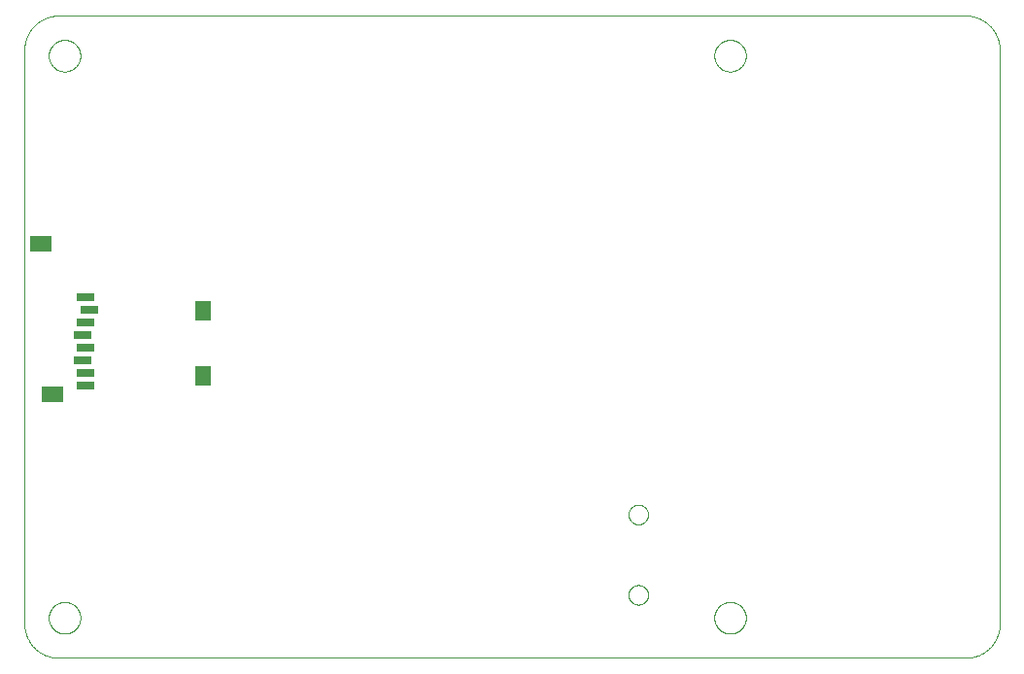
<source format=gbp>
G75*
%MOIN*%
%OFA0B0*%
%FSLAX25Y25*%
%IPPOS*%
%LPD*%
%AMOC8*
5,1,8,0,0,1.08239X$1,22.5*
%
%ADD10C,0.00000*%
%ADD11R,0.05512X0.07087*%
%ADD12R,0.07480X0.05512*%
%ADD13R,0.05906X0.03150*%
D10*
X0019904Y0016959D02*
X0019904Y0213809D01*
X0019907Y0214094D01*
X0019918Y0214380D01*
X0019935Y0214665D01*
X0019959Y0214949D01*
X0019990Y0215233D01*
X0020028Y0215516D01*
X0020073Y0215797D01*
X0020124Y0216078D01*
X0020182Y0216358D01*
X0020247Y0216636D01*
X0020319Y0216912D01*
X0020397Y0217186D01*
X0020482Y0217459D01*
X0020574Y0217729D01*
X0020672Y0217997D01*
X0020776Y0218263D01*
X0020887Y0218526D01*
X0021004Y0218786D01*
X0021127Y0219044D01*
X0021257Y0219298D01*
X0021393Y0219549D01*
X0021534Y0219797D01*
X0021682Y0220041D01*
X0021835Y0220282D01*
X0021995Y0220518D01*
X0022160Y0220751D01*
X0022330Y0220980D01*
X0022506Y0221205D01*
X0022688Y0221425D01*
X0022874Y0221641D01*
X0023066Y0221852D01*
X0023263Y0222059D01*
X0023465Y0222261D01*
X0023672Y0222458D01*
X0023883Y0222650D01*
X0024099Y0222836D01*
X0024319Y0223018D01*
X0024544Y0223194D01*
X0024773Y0223364D01*
X0025006Y0223529D01*
X0025242Y0223689D01*
X0025483Y0223842D01*
X0025727Y0223990D01*
X0025975Y0224131D01*
X0026226Y0224267D01*
X0026480Y0224397D01*
X0026738Y0224520D01*
X0026998Y0224637D01*
X0027261Y0224748D01*
X0027527Y0224852D01*
X0027795Y0224950D01*
X0028065Y0225042D01*
X0028338Y0225127D01*
X0028612Y0225205D01*
X0028888Y0225277D01*
X0029166Y0225342D01*
X0029446Y0225400D01*
X0029727Y0225451D01*
X0030008Y0225496D01*
X0030291Y0225534D01*
X0030575Y0225565D01*
X0030859Y0225589D01*
X0031144Y0225606D01*
X0031430Y0225617D01*
X0031715Y0225620D01*
X0342739Y0225620D01*
X0343024Y0225617D01*
X0343310Y0225606D01*
X0343595Y0225589D01*
X0343879Y0225565D01*
X0344163Y0225534D01*
X0344446Y0225496D01*
X0344727Y0225451D01*
X0345008Y0225400D01*
X0345288Y0225342D01*
X0345566Y0225277D01*
X0345842Y0225205D01*
X0346116Y0225127D01*
X0346389Y0225042D01*
X0346659Y0224950D01*
X0346927Y0224852D01*
X0347193Y0224748D01*
X0347456Y0224637D01*
X0347716Y0224520D01*
X0347974Y0224397D01*
X0348228Y0224267D01*
X0348479Y0224131D01*
X0348727Y0223990D01*
X0348971Y0223842D01*
X0349212Y0223689D01*
X0349448Y0223529D01*
X0349681Y0223364D01*
X0349910Y0223194D01*
X0350135Y0223018D01*
X0350355Y0222836D01*
X0350571Y0222650D01*
X0350782Y0222458D01*
X0350989Y0222261D01*
X0351191Y0222059D01*
X0351388Y0221852D01*
X0351580Y0221641D01*
X0351766Y0221425D01*
X0351948Y0221205D01*
X0352124Y0220980D01*
X0352294Y0220751D01*
X0352459Y0220518D01*
X0352619Y0220282D01*
X0352772Y0220041D01*
X0352920Y0219797D01*
X0353061Y0219549D01*
X0353197Y0219298D01*
X0353327Y0219044D01*
X0353450Y0218786D01*
X0353567Y0218526D01*
X0353678Y0218263D01*
X0353782Y0217997D01*
X0353880Y0217729D01*
X0353972Y0217459D01*
X0354057Y0217186D01*
X0354135Y0216912D01*
X0354207Y0216636D01*
X0354272Y0216358D01*
X0354330Y0216078D01*
X0354381Y0215797D01*
X0354426Y0215516D01*
X0354464Y0215233D01*
X0354495Y0214949D01*
X0354519Y0214665D01*
X0354536Y0214380D01*
X0354547Y0214094D01*
X0354550Y0213809D01*
X0354550Y0016959D01*
X0354547Y0016674D01*
X0354536Y0016388D01*
X0354519Y0016103D01*
X0354495Y0015819D01*
X0354464Y0015535D01*
X0354426Y0015252D01*
X0354381Y0014971D01*
X0354330Y0014690D01*
X0354272Y0014410D01*
X0354207Y0014132D01*
X0354135Y0013856D01*
X0354057Y0013582D01*
X0353972Y0013309D01*
X0353880Y0013039D01*
X0353782Y0012771D01*
X0353678Y0012505D01*
X0353567Y0012242D01*
X0353450Y0011982D01*
X0353327Y0011724D01*
X0353197Y0011470D01*
X0353061Y0011219D01*
X0352920Y0010971D01*
X0352772Y0010727D01*
X0352619Y0010486D01*
X0352459Y0010250D01*
X0352294Y0010017D01*
X0352124Y0009788D01*
X0351948Y0009563D01*
X0351766Y0009343D01*
X0351580Y0009127D01*
X0351388Y0008916D01*
X0351191Y0008709D01*
X0350989Y0008507D01*
X0350782Y0008310D01*
X0350571Y0008118D01*
X0350355Y0007932D01*
X0350135Y0007750D01*
X0349910Y0007574D01*
X0349681Y0007404D01*
X0349448Y0007239D01*
X0349212Y0007079D01*
X0348971Y0006926D01*
X0348727Y0006778D01*
X0348479Y0006637D01*
X0348228Y0006501D01*
X0347974Y0006371D01*
X0347716Y0006248D01*
X0347456Y0006131D01*
X0347193Y0006020D01*
X0346927Y0005916D01*
X0346659Y0005818D01*
X0346389Y0005726D01*
X0346116Y0005641D01*
X0345842Y0005563D01*
X0345566Y0005491D01*
X0345288Y0005426D01*
X0345008Y0005368D01*
X0344727Y0005317D01*
X0344446Y0005272D01*
X0344163Y0005234D01*
X0343879Y0005203D01*
X0343595Y0005179D01*
X0343310Y0005162D01*
X0343024Y0005151D01*
X0342739Y0005148D01*
X0031715Y0005148D01*
X0031430Y0005151D01*
X0031144Y0005162D01*
X0030859Y0005179D01*
X0030575Y0005203D01*
X0030291Y0005234D01*
X0030008Y0005272D01*
X0029727Y0005317D01*
X0029446Y0005368D01*
X0029166Y0005426D01*
X0028888Y0005491D01*
X0028612Y0005563D01*
X0028338Y0005641D01*
X0028065Y0005726D01*
X0027795Y0005818D01*
X0027527Y0005916D01*
X0027261Y0006020D01*
X0026998Y0006131D01*
X0026738Y0006248D01*
X0026480Y0006371D01*
X0026226Y0006501D01*
X0025975Y0006637D01*
X0025727Y0006778D01*
X0025483Y0006926D01*
X0025242Y0007079D01*
X0025006Y0007239D01*
X0024773Y0007404D01*
X0024544Y0007574D01*
X0024319Y0007750D01*
X0024099Y0007932D01*
X0023883Y0008118D01*
X0023672Y0008310D01*
X0023465Y0008507D01*
X0023263Y0008709D01*
X0023066Y0008916D01*
X0022874Y0009127D01*
X0022688Y0009343D01*
X0022506Y0009563D01*
X0022330Y0009788D01*
X0022160Y0010017D01*
X0021995Y0010250D01*
X0021835Y0010486D01*
X0021682Y0010727D01*
X0021534Y0010971D01*
X0021393Y0011219D01*
X0021257Y0011470D01*
X0021127Y0011724D01*
X0021004Y0011982D01*
X0020887Y0012242D01*
X0020776Y0012505D01*
X0020672Y0012771D01*
X0020574Y0013039D01*
X0020482Y0013309D01*
X0020397Y0013582D01*
X0020319Y0013856D01*
X0020247Y0014132D01*
X0020182Y0014410D01*
X0020124Y0014690D01*
X0020073Y0014971D01*
X0020028Y0015252D01*
X0019990Y0015535D01*
X0019959Y0015819D01*
X0019935Y0016103D01*
X0019918Y0016388D01*
X0019907Y0016674D01*
X0019904Y0016959D01*
X0028270Y0018927D02*
X0028272Y0019074D01*
X0028278Y0019220D01*
X0028288Y0019366D01*
X0028302Y0019512D01*
X0028320Y0019658D01*
X0028341Y0019803D01*
X0028367Y0019947D01*
X0028397Y0020091D01*
X0028430Y0020233D01*
X0028467Y0020375D01*
X0028508Y0020516D01*
X0028553Y0020655D01*
X0028602Y0020794D01*
X0028654Y0020931D01*
X0028711Y0021066D01*
X0028770Y0021200D01*
X0028834Y0021332D01*
X0028901Y0021462D01*
X0028971Y0021591D01*
X0029045Y0021718D01*
X0029122Y0021842D01*
X0029203Y0021965D01*
X0029287Y0022085D01*
X0029374Y0022203D01*
X0029464Y0022318D01*
X0029557Y0022431D01*
X0029654Y0022542D01*
X0029753Y0022650D01*
X0029855Y0022755D01*
X0029960Y0022857D01*
X0030068Y0022956D01*
X0030179Y0023053D01*
X0030292Y0023146D01*
X0030407Y0023236D01*
X0030525Y0023323D01*
X0030645Y0023407D01*
X0030768Y0023488D01*
X0030892Y0023565D01*
X0031019Y0023639D01*
X0031148Y0023709D01*
X0031278Y0023776D01*
X0031410Y0023840D01*
X0031544Y0023899D01*
X0031679Y0023956D01*
X0031816Y0024008D01*
X0031955Y0024057D01*
X0032094Y0024102D01*
X0032235Y0024143D01*
X0032377Y0024180D01*
X0032519Y0024213D01*
X0032663Y0024243D01*
X0032807Y0024269D01*
X0032952Y0024290D01*
X0033098Y0024308D01*
X0033244Y0024322D01*
X0033390Y0024332D01*
X0033536Y0024338D01*
X0033683Y0024340D01*
X0033830Y0024338D01*
X0033976Y0024332D01*
X0034122Y0024322D01*
X0034268Y0024308D01*
X0034414Y0024290D01*
X0034559Y0024269D01*
X0034703Y0024243D01*
X0034847Y0024213D01*
X0034989Y0024180D01*
X0035131Y0024143D01*
X0035272Y0024102D01*
X0035411Y0024057D01*
X0035550Y0024008D01*
X0035687Y0023956D01*
X0035822Y0023899D01*
X0035956Y0023840D01*
X0036088Y0023776D01*
X0036218Y0023709D01*
X0036347Y0023639D01*
X0036474Y0023565D01*
X0036598Y0023488D01*
X0036721Y0023407D01*
X0036841Y0023323D01*
X0036959Y0023236D01*
X0037074Y0023146D01*
X0037187Y0023053D01*
X0037298Y0022956D01*
X0037406Y0022857D01*
X0037511Y0022755D01*
X0037613Y0022650D01*
X0037712Y0022542D01*
X0037809Y0022431D01*
X0037902Y0022318D01*
X0037992Y0022203D01*
X0038079Y0022085D01*
X0038163Y0021965D01*
X0038244Y0021842D01*
X0038321Y0021718D01*
X0038395Y0021591D01*
X0038465Y0021462D01*
X0038532Y0021332D01*
X0038596Y0021200D01*
X0038655Y0021066D01*
X0038712Y0020931D01*
X0038764Y0020794D01*
X0038813Y0020655D01*
X0038858Y0020516D01*
X0038899Y0020375D01*
X0038936Y0020233D01*
X0038969Y0020091D01*
X0038999Y0019947D01*
X0039025Y0019803D01*
X0039046Y0019658D01*
X0039064Y0019512D01*
X0039078Y0019366D01*
X0039088Y0019220D01*
X0039094Y0019074D01*
X0039096Y0018927D01*
X0039094Y0018780D01*
X0039088Y0018634D01*
X0039078Y0018488D01*
X0039064Y0018342D01*
X0039046Y0018196D01*
X0039025Y0018051D01*
X0038999Y0017907D01*
X0038969Y0017763D01*
X0038936Y0017621D01*
X0038899Y0017479D01*
X0038858Y0017338D01*
X0038813Y0017199D01*
X0038764Y0017060D01*
X0038712Y0016923D01*
X0038655Y0016788D01*
X0038596Y0016654D01*
X0038532Y0016522D01*
X0038465Y0016392D01*
X0038395Y0016263D01*
X0038321Y0016136D01*
X0038244Y0016012D01*
X0038163Y0015889D01*
X0038079Y0015769D01*
X0037992Y0015651D01*
X0037902Y0015536D01*
X0037809Y0015423D01*
X0037712Y0015312D01*
X0037613Y0015204D01*
X0037511Y0015099D01*
X0037406Y0014997D01*
X0037298Y0014898D01*
X0037187Y0014801D01*
X0037074Y0014708D01*
X0036959Y0014618D01*
X0036841Y0014531D01*
X0036721Y0014447D01*
X0036598Y0014366D01*
X0036474Y0014289D01*
X0036347Y0014215D01*
X0036218Y0014145D01*
X0036088Y0014078D01*
X0035956Y0014014D01*
X0035822Y0013955D01*
X0035687Y0013898D01*
X0035550Y0013846D01*
X0035411Y0013797D01*
X0035272Y0013752D01*
X0035131Y0013711D01*
X0034989Y0013674D01*
X0034847Y0013641D01*
X0034703Y0013611D01*
X0034559Y0013585D01*
X0034414Y0013564D01*
X0034268Y0013546D01*
X0034122Y0013532D01*
X0033976Y0013522D01*
X0033830Y0013516D01*
X0033683Y0013514D01*
X0033536Y0013516D01*
X0033390Y0013522D01*
X0033244Y0013532D01*
X0033098Y0013546D01*
X0032952Y0013564D01*
X0032807Y0013585D01*
X0032663Y0013611D01*
X0032519Y0013641D01*
X0032377Y0013674D01*
X0032235Y0013711D01*
X0032094Y0013752D01*
X0031955Y0013797D01*
X0031816Y0013846D01*
X0031679Y0013898D01*
X0031544Y0013955D01*
X0031410Y0014014D01*
X0031278Y0014078D01*
X0031148Y0014145D01*
X0031019Y0014215D01*
X0030892Y0014289D01*
X0030768Y0014366D01*
X0030645Y0014447D01*
X0030525Y0014531D01*
X0030407Y0014618D01*
X0030292Y0014708D01*
X0030179Y0014801D01*
X0030068Y0014898D01*
X0029960Y0014997D01*
X0029855Y0015099D01*
X0029753Y0015204D01*
X0029654Y0015312D01*
X0029557Y0015423D01*
X0029464Y0015536D01*
X0029374Y0015651D01*
X0029287Y0015769D01*
X0029203Y0015889D01*
X0029122Y0016012D01*
X0029045Y0016136D01*
X0028971Y0016263D01*
X0028901Y0016392D01*
X0028834Y0016522D01*
X0028770Y0016654D01*
X0028711Y0016788D01*
X0028654Y0016923D01*
X0028602Y0017060D01*
X0028553Y0017199D01*
X0028508Y0017338D01*
X0028467Y0017479D01*
X0028430Y0017621D01*
X0028397Y0017763D01*
X0028367Y0017907D01*
X0028341Y0018051D01*
X0028320Y0018196D01*
X0028302Y0018342D01*
X0028288Y0018488D01*
X0028278Y0018634D01*
X0028272Y0018780D01*
X0028270Y0018927D01*
X0227188Y0026801D02*
X0227190Y0026916D01*
X0227196Y0027032D01*
X0227206Y0027147D01*
X0227220Y0027262D01*
X0227238Y0027376D01*
X0227260Y0027489D01*
X0227285Y0027602D01*
X0227315Y0027713D01*
X0227348Y0027824D01*
X0227385Y0027933D01*
X0227426Y0028041D01*
X0227471Y0028148D01*
X0227519Y0028253D01*
X0227571Y0028356D01*
X0227627Y0028457D01*
X0227686Y0028557D01*
X0227748Y0028654D01*
X0227814Y0028749D01*
X0227882Y0028842D01*
X0227954Y0028932D01*
X0228029Y0029020D01*
X0228108Y0029105D01*
X0228189Y0029187D01*
X0228272Y0029267D01*
X0228359Y0029343D01*
X0228448Y0029417D01*
X0228539Y0029487D01*
X0228633Y0029555D01*
X0228729Y0029619D01*
X0228828Y0029679D01*
X0228928Y0029736D01*
X0229030Y0029790D01*
X0229134Y0029840D01*
X0229240Y0029887D01*
X0229347Y0029930D01*
X0229456Y0029969D01*
X0229566Y0030004D01*
X0229677Y0030035D01*
X0229789Y0030063D01*
X0229902Y0030087D01*
X0230016Y0030107D01*
X0230131Y0030123D01*
X0230246Y0030135D01*
X0230361Y0030143D01*
X0230476Y0030147D01*
X0230592Y0030147D01*
X0230707Y0030143D01*
X0230822Y0030135D01*
X0230937Y0030123D01*
X0231052Y0030107D01*
X0231166Y0030087D01*
X0231279Y0030063D01*
X0231391Y0030035D01*
X0231502Y0030004D01*
X0231612Y0029969D01*
X0231721Y0029930D01*
X0231828Y0029887D01*
X0231934Y0029840D01*
X0232038Y0029790D01*
X0232140Y0029736D01*
X0232240Y0029679D01*
X0232339Y0029619D01*
X0232435Y0029555D01*
X0232529Y0029487D01*
X0232620Y0029417D01*
X0232709Y0029343D01*
X0232796Y0029267D01*
X0232879Y0029187D01*
X0232960Y0029105D01*
X0233039Y0029020D01*
X0233114Y0028932D01*
X0233186Y0028842D01*
X0233254Y0028749D01*
X0233320Y0028654D01*
X0233382Y0028557D01*
X0233441Y0028457D01*
X0233497Y0028356D01*
X0233549Y0028253D01*
X0233597Y0028148D01*
X0233642Y0028041D01*
X0233683Y0027933D01*
X0233720Y0027824D01*
X0233753Y0027713D01*
X0233783Y0027602D01*
X0233808Y0027489D01*
X0233830Y0027376D01*
X0233848Y0027262D01*
X0233862Y0027147D01*
X0233872Y0027032D01*
X0233878Y0026916D01*
X0233880Y0026801D01*
X0233878Y0026686D01*
X0233872Y0026570D01*
X0233862Y0026455D01*
X0233848Y0026340D01*
X0233830Y0026226D01*
X0233808Y0026113D01*
X0233783Y0026000D01*
X0233753Y0025889D01*
X0233720Y0025778D01*
X0233683Y0025669D01*
X0233642Y0025561D01*
X0233597Y0025454D01*
X0233549Y0025349D01*
X0233497Y0025246D01*
X0233441Y0025145D01*
X0233382Y0025045D01*
X0233320Y0024948D01*
X0233254Y0024853D01*
X0233186Y0024760D01*
X0233114Y0024670D01*
X0233039Y0024582D01*
X0232960Y0024497D01*
X0232879Y0024415D01*
X0232796Y0024335D01*
X0232709Y0024259D01*
X0232620Y0024185D01*
X0232529Y0024115D01*
X0232435Y0024047D01*
X0232339Y0023983D01*
X0232240Y0023923D01*
X0232140Y0023866D01*
X0232038Y0023812D01*
X0231934Y0023762D01*
X0231828Y0023715D01*
X0231721Y0023672D01*
X0231612Y0023633D01*
X0231502Y0023598D01*
X0231391Y0023567D01*
X0231279Y0023539D01*
X0231166Y0023515D01*
X0231052Y0023495D01*
X0230937Y0023479D01*
X0230822Y0023467D01*
X0230707Y0023459D01*
X0230592Y0023455D01*
X0230476Y0023455D01*
X0230361Y0023459D01*
X0230246Y0023467D01*
X0230131Y0023479D01*
X0230016Y0023495D01*
X0229902Y0023515D01*
X0229789Y0023539D01*
X0229677Y0023567D01*
X0229566Y0023598D01*
X0229456Y0023633D01*
X0229347Y0023672D01*
X0229240Y0023715D01*
X0229134Y0023762D01*
X0229030Y0023812D01*
X0228928Y0023866D01*
X0228828Y0023923D01*
X0228729Y0023983D01*
X0228633Y0024047D01*
X0228539Y0024115D01*
X0228448Y0024185D01*
X0228359Y0024259D01*
X0228272Y0024335D01*
X0228189Y0024415D01*
X0228108Y0024497D01*
X0228029Y0024582D01*
X0227954Y0024670D01*
X0227882Y0024760D01*
X0227814Y0024853D01*
X0227748Y0024948D01*
X0227686Y0025045D01*
X0227627Y0025145D01*
X0227571Y0025246D01*
X0227519Y0025349D01*
X0227471Y0025454D01*
X0227426Y0025561D01*
X0227385Y0025669D01*
X0227348Y0025778D01*
X0227315Y0025889D01*
X0227285Y0026000D01*
X0227260Y0026113D01*
X0227238Y0026226D01*
X0227220Y0026340D01*
X0227206Y0026455D01*
X0227196Y0026570D01*
X0227190Y0026686D01*
X0227188Y0026801D01*
X0256617Y0018927D02*
X0256619Y0019074D01*
X0256625Y0019220D01*
X0256635Y0019366D01*
X0256649Y0019512D01*
X0256667Y0019658D01*
X0256688Y0019803D01*
X0256714Y0019947D01*
X0256744Y0020091D01*
X0256777Y0020233D01*
X0256814Y0020375D01*
X0256855Y0020516D01*
X0256900Y0020655D01*
X0256949Y0020794D01*
X0257001Y0020931D01*
X0257058Y0021066D01*
X0257117Y0021200D01*
X0257181Y0021332D01*
X0257248Y0021462D01*
X0257318Y0021591D01*
X0257392Y0021718D01*
X0257469Y0021842D01*
X0257550Y0021965D01*
X0257634Y0022085D01*
X0257721Y0022203D01*
X0257811Y0022318D01*
X0257904Y0022431D01*
X0258001Y0022542D01*
X0258100Y0022650D01*
X0258202Y0022755D01*
X0258307Y0022857D01*
X0258415Y0022956D01*
X0258526Y0023053D01*
X0258639Y0023146D01*
X0258754Y0023236D01*
X0258872Y0023323D01*
X0258992Y0023407D01*
X0259115Y0023488D01*
X0259239Y0023565D01*
X0259366Y0023639D01*
X0259495Y0023709D01*
X0259625Y0023776D01*
X0259757Y0023840D01*
X0259891Y0023899D01*
X0260026Y0023956D01*
X0260163Y0024008D01*
X0260302Y0024057D01*
X0260441Y0024102D01*
X0260582Y0024143D01*
X0260724Y0024180D01*
X0260866Y0024213D01*
X0261010Y0024243D01*
X0261154Y0024269D01*
X0261299Y0024290D01*
X0261445Y0024308D01*
X0261591Y0024322D01*
X0261737Y0024332D01*
X0261883Y0024338D01*
X0262030Y0024340D01*
X0262177Y0024338D01*
X0262323Y0024332D01*
X0262469Y0024322D01*
X0262615Y0024308D01*
X0262761Y0024290D01*
X0262906Y0024269D01*
X0263050Y0024243D01*
X0263194Y0024213D01*
X0263336Y0024180D01*
X0263478Y0024143D01*
X0263619Y0024102D01*
X0263758Y0024057D01*
X0263897Y0024008D01*
X0264034Y0023956D01*
X0264169Y0023899D01*
X0264303Y0023840D01*
X0264435Y0023776D01*
X0264565Y0023709D01*
X0264694Y0023639D01*
X0264821Y0023565D01*
X0264945Y0023488D01*
X0265068Y0023407D01*
X0265188Y0023323D01*
X0265306Y0023236D01*
X0265421Y0023146D01*
X0265534Y0023053D01*
X0265645Y0022956D01*
X0265753Y0022857D01*
X0265858Y0022755D01*
X0265960Y0022650D01*
X0266059Y0022542D01*
X0266156Y0022431D01*
X0266249Y0022318D01*
X0266339Y0022203D01*
X0266426Y0022085D01*
X0266510Y0021965D01*
X0266591Y0021842D01*
X0266668Y0021718D01*
X0266742Y0021591D01*
X0266812Y0021462D01*
X0266879Y0021332D01*
X0266943Y0021200D01*
X0267002Y0021066D01*
X0267059Y0020931D01*
X0267111Y0020794D01*
X0267160Y0020655D01*
X0267205Y0020516D01*
X0267246Y0020375D01*
X0267283Y0020233D01*
X0267316Y0020091D01*
X0267346Y0019947D01*
X0267372Y0019803D01*
X0267393Y0019658D01*
X0267411Y0019512D01*
X0267425Y0019366D01*
X0267435Y0019220D01*
X0267441Y0019074D01*
X0267443Y0018927D01*
X0267441Y0018780D01*
X0267435Y0018634D01*
X0267425Y0018488D01*
X0267411Y0018342D01*
X0267393Y0018196D01*
X0267372Y0018051D01*
X0267346Y0017907D01*
X0267316Y0017763D01*
X0267283Y0017621D01*
X0267246Y0017479D01*
X0267205Y0017338D01*
X0267160Y0017199D01*
X0267111Y0017060D01*
X0267059Y0016923D01*
X0267002Y0016788D01*
X0266943Y0016654D01*
X0266879Y0016522D01*
X0266812Y0016392D01*
X0266742Y0016263D01*
X0266668Y0016136D01*
X0266591Y0016012D01*
X0266510Y0015889D01*
X0266426Y0015769D01*
X0266339Y0015651D01*
X0266249Y0015536D01*
X0266156Y0015423D01*
X0266059Y0015312D01*
X0265960Y0015204D01*
X0265858Y0015099D01*
X0265753Y0014997D01*
X0265645Y0014898D01*
X0265534Y0014801D01*
X0265421Y0014708D01*
X0265306Y0014618D01*
X0265188Y0014531D01*
X0265068Y0014447D01*
X0264945Y0014366D01*
X0264821Y0014289D01*
X0264694Y0014215D01*
X0264565Y0014145D01*
X0264435Y0014078D01*
X0264303Y0014014D01*
X0264169Y0013955D01*
X0264034Y0013898D01*
X0263897Y0013846D01*
X0263758Y0013797D01*
X0263619Y0013752D01*
X0263478Y0013711D01*
X0263336Y0013674D01*
X0263194Y0013641D01*
X0263050Y0013611D01*
X0262906Y0013585D01*
X0262761Y0013564D01*
X0262615Y0013546D01*
X0262469Y0013532D01*
X0262323Y0013522D01*
X0262177Y0013516D01*
X0262030Y0013514D01*
X0261883Y0013516D01*
X0261737Y0013522D01*
X0261591Y0013532D01*
X0261445Y0013546D01*
X0261299Y0013564D01*
X0261154Y0013585D01*
X0261010Y0013611D01*
X0260866Y0013641D01*
X0260724Y0013674D01*
X0260582Y0013711D01*
X0260441Y0013752D01*
X0260302Y0013797D01*
X0260163Y0013846D01*
X0260026Y0013898D01*
X0259891Y0013955D01*
X0259757Y0014014D01*
X0259625Y0014078D01*
X0259495Y0014145D01*
X0259366Y0014215D01*
X0259239Y0014289D01*
X0259115Y0014366D01*
X0258992Y0014447D01*
X0258872Y0014531D01*
X0258754Y0014618D01*
X0258639Y0014708D01*
X0258526Y0014801D01*
X0258415Y0014898D01*
X0258307Y0014997D01*
X0258202Y0015099D01*
X0258100Y0015204D01*
X0258001Y0015312D01*
X0257904Y0015423D01*
X0257811Y0015536D01*
X0257721Y0015651D01*
X0257634Y0015769D01*
X0257550Y0015889D01*
X0257469Y0016012D01*
X0257392Y0016136D01*
X0257318Y0016263D01*
X0257248Y0016392D01*
X0257181Y0016522D01*
X0257117Y0016654D01*
X0257058Y0016788D01*
X0257001Y0016923D01*
X0256949Y0017060D01*
X0256900Y0017199D01*
X0256855Y0017338D01*
X0256814Y0017479D01*
X0256777Y0017621D01*
X0256744Y0017763D01*
X0256714Y0017907D01*
X0256688Y0018051D01*
X0256667Y0018196D01*
X0256649Y0018342D01*
X0256635Y0018488D01*
X0256625Y0018634D01*
X0256619Y0018780D01*
X0256617Y0018927D01*
X0227188Y0054360D02*
X0227190Y0054475D01*
X0227196Y0054591D01*
X0227206Y0054706D01*
X0227220Y0054821D01*
X0227238Y0054935D01*
X0227260Y0055048D01*
X0227285Y0055161D01*
X0227315Y0055272D01*
X0227348Y0055383D01*
X0227385Y0055492D01*
X0227426Y0055600D01*
X0227471Y0055707D01*
X0227519Y0055812D01*
X0227571Y0055915D01*
X0227627Y0056016D01*
X0227686Y0056116D01*
X0227748Y0056213D01*
X0227814Y0056308D01*
X0227882Y0056401D01*
X0227954Y0056491D01*
X0228029Y0056579D01*
X0228108Y0056664D01*
X0228189Y0056746D01*
X0228272Y0056826D01*
X0228359Y0056902D01*
X0228448Y0056976D01*
X0228539Y0057046D01*
X0228633Y0057114D01*
X0228729Y0057178D01*
X0228828Y0057238D01*
X0228928Y0057295D01*
X0229030Y0057349D01*
X0229134Y0057399D01*
X0229240Y0057446D01*
X0229347Y0057489D01*
X0229456Y0057528D01*
X0229566Y0057563D01*
X0229677Y0057594D01*
X0229789Y0057622D01*
X0229902Y0057646D01*
X0230016Y0057666D01*
X0230131Y0057682D01*
X0230246Y0057694D01*
X0230361Y0057702D01*
X0230476Y0057706D01*
X0230592Y0057706D01*
X0230707Y0057702D01*
X0230822Y0057694D01*
X0230937Y0057682D01*
X0231052Y0057666D01*
X0231166Y0057646D01*
X0231279Y0057622D01*
X0231391Y0057594D01*
X0231502Y0057563D01*
X0231612Y0057528D01*
X0231721Y0057489D01*
X0231828Y0057446D01*
X0231934Y0057399D01*
X0232038Y0057349D01*
X0232140Y0057295D01*
X0232240Y0057238D01*
X0232339Y0057178D01*
X0232435Y0057114D01*
X0232529Y0057046D01*
X0232620Y0056976D01*
X0232709Y0056902D01*
X0232796Y0056826D01*
X0232879Y0056746D01*
X0232960Y0056664D01*
X0233039Y0056579D01*
X0233114Y0056491D01*
X0233186Y0056401D01*
X0233254Y0056308D01*
X0233320Y0056213D01*
X0233382Y0056116D01*
X0233441Y0056016D01*
X0233497Y0055915D01*
X0233549Y0055812D01*
X0233597Y0055707D01*
X0233642Y0055600D01*
X0233683Y0055492D01*
X0233720Y0055383D01*
X0233753Y0055272D01*
X0233783Y0055161D01*
X0233808Y0055048D01*
X0233830Y0054935D01*
X0233848Y0054821D01*
X0233862Y0054706D01*
X0233872Y0054591D01*
X0233878Y0054475D01*
X0233880Y0054360D01*
X0233878Y0054245D01*
X0233872Y0054129D01*
X0233862Y0054014D01*
X0233848Y0053899D01*
X0233830Y0053785D01*
X0233808Y0053672D01*
X0233783Y0053559D01*
X0233753Y0053448D01*
X0233720Y0053337D01*
X0233683Y0053228D01*
X0233642Y0053120D01*
X0233597Y0053013D01*
X0233549Y0052908D01*
X0233497Y0052805D01*
X0233441Y0052704D01*
X0233382Y0052604D01*
X0233320Y0052507D01*
X0233254Y0052412D01*
X0233186Y0052319D01*
X0233114Y0052229D01*
X0233039Y0052141D01*
X0232960Y0052056D01*
X0232879Y0051974D01*
X0232796Y0051894D01*
X0232709Y0051818D01*
X0232620Y0051744D01*
X0232529Y0051674D01*
X0232435Y0051606D01*
X0232339Y0051542D01*
X0232240Y0051482D01*
X0232140Y0051425D01*
X0232038Y0051371D01*
X0231934Y0051321D01*
X0231828Y0051274D01*
X0231721Y0051231D01*
X0231612Y0051192D01*
X0231502Y0051157D01*
X0231391Y0051126D01*
X0231279Y0051098D01*
X0231166Y0051074D01*
X0231052Y0051054D01*
X0230937Y0051038D01*
X0230822Y0051026D01*
X0230707Y0051018D01*
X0230592Y0051014D01*
X0230476Y0051014D01*
X0230361Y0051018D01*
X0230246Y0051026D01*
X0230131Y0051038D01*
X0230016Y0051054D01*
X0229902Y0051074D01*
X0229789Y0051098D01*
X0229677Y0051126D01*
X0229566Y0051157D01*
X0229456Y0051192D01*
X0229347Y0051231D01*
X0229240Y0051274D01*
X0229134Y0051321D01*
X0229030Y0051371D01*
X0228928Y0051425D01*
X0228828Y0051482D01*
X0228729Y0051542D01*
X0228633Y0051606D01*
X0228539Y0051674D01*
X0228448Y0051744D01*
X0228359Y0051818D01*
X0228272Y0051894D01*
X0228189Y0051974D01*
X0228108Y0052056D01*
X0228029Y0052141D01*
X0227954Y0052229D01*
X0227882Y0052319D01*
X0227814Y0052412D01*
X0227748Y0052507D01*
X0227686Y0052604D01*
X0227627Y0052704D01*
X0227571Y0052805D01*
X0227519Y0052908D01*
X0227471Y0053013D01*
X0227426Y0053120D01*
X0227385Y0053228D01*
X0227348Y0053337D01*
X0227315Y0053448D01*
X0227285Y0053559D01*
X0227260Y0053672D01*
X0227238Y0053785D01*
X0227220Y0053899D01*
X0227206Y0054014D01*
X0227196Y0054129D01*
X0227190Y0054245D01*
X0227188Y0054360D01*
X0256617Y0211841D02*
X0256619Y0211988D01*
X0256625Y0212134D01*
X0256635Y0212280D01*
X0256649Y0212426D01*
X0256667Y0212572D01*
X0256688Y0212717D01*
X0256714Y0212861D01*
X0256744Y0213005D01*
X0256777Y0213147D01*
X0256814Y0213289D01*
X0256855Y0213430D01*
X0256900Y0213569D01*
X0256949Y0213708D01*
X0257001Y0213845D01*
X0257058Y0213980D01*
X0257117Y0214114D01*
X0257181Y0214246D01*
X0257248Y0214376D01*
X0257318Y0214505D01*
X0257392Y0214632D01*
X0257469Y0214756D01*
X0257550Y0214879D01*
X0257634Y0214999D01*
X0257721Y0215117D01*
X0257811Y0215232D01*
X0257904Y0215345D01*
X0258001Y0215456D01*
X0258100Y0215564D01*
X0258202Y0215669D01*
X0258307Y0215771D01*
X0258415Y0215870D01*
X0258526Y0215967D01*
X0258639Y0216060D01*
X0258754Y0216150D01*
X0258872Y0216237D01*
X0258992Y0216321D01*
X0259115Y0216402D01*
X0259239Y0216479D01*
X0259366Y0216553D01*
X0259495Y0216623D01*
X0259625Y0216690D01*
X0259757Y0216754D01*
X0259891Y0216813D01*
X0260026Y0216870D01*
X0260163Y0216922D01*
X0260302Y0216971D01*
X0260441Y0217016D01*
X0260582Y0217057D01*
X0260724Y0217094D01*
X0260866Y0217127D01*
X0261010Y0217157D01*
X0261154Y0217183D01*
X0261299Y0217204D01*
X0261445Y0217222D01*
X0261591Y0217236D01*
X0261737Y0217246D01*
X0261883Y0217252D01*
X0262030Y0217254D01*
X0262177Y0217252D01*
X0262323Y0217246D01*
X0262469Y0217236D01*
X0262615Y0217222D01*
X0262761Y0217204D01*
X0262906Y0217183D01*
X0263050Y0217157D01*
X0263194Y0217127D01*
X0263336Y0217094D01*
X0263478Y0217057D01*
X0263619Y0217016D01*
X0263758Y0216971D01*
X0263897Y0216922D01*
X0264034Y0216870D01*
X0264169Y0216813D01*
X0264303Y0216754D01*
X0264435Y0216690D01*
X0264565Y0216623D01*
X0264694Y0216553D01*
X0264821Y0216479D01*
X0264945Y0216402D01*
X0265068Y0216321D01*
X0265188Y0216237D01*
X0265306Y0216150D01*
X0265421Y0216060D01*
X0265534Y0215967D01*
X0265645Y0215870D01*
X0265753Y0215771D01*
X0265858Y0215669D01*
X0265960Y0215564D01*
X0266059Y0215456D01*
X0266156Y0215345D01*
X0266249Y0215232D01*
X0266339Y0215117D01*
X0266426Y0214999D01*
X0266510Y0214879D01*
X0266591Y0214756D01*
X0266668Y0214632D01*
X0266742Y0214505D01*
X0266812Y0214376D01*
X0266879Y0214246D01*
X0266943Y0214114D01*
X0267002Y0213980D01*
X0267059Y0213845D01*
X0267111Y0213708D01*
X0267160Y0213569D01*
X0267205Y0213430D01*
X0267246Y0213289D01*
X0267283Y0213147D01*
X0267316Y0213005D01*
X0267346Y0212861D01*
X0267372Y0212717D01*
X0267393Y0212572D01*
X0267411Y0212426D01*
X0267425Y0212280D01*
X0267435Y0212134D01*
X0267441Y0211988D01*
X0267443Y0211841D01*
X0267441Y0211694D01*
X0267435Y0211548D01*
X0267425Y0211402D01*
X0267411Y0211256D01*
X0267393Y0211110D01*
X0267372Y0210965D01*
X0267346Y0210821D01*
X0267316Y0210677D01*
X0267283Y0210535D01*
X0267246Y0210393D01*
X0267205Y0210252D01*
X0267160Y0210113D01*
X0267111Y0209974D01*
X0267059Y0209837D01*
X0267002Y0209702D01*
X0266943Y0209568D01*
X0266879Y0209436D01*
X0266812Y0209306D01*
X0266742Y0209177D01*
X0266668Y0209050D01*
X0266591Y0208926D01*
X0266510Y0208803D01*
X0266426Y0208683D01*
X0266339Y0208565D01*
X0266249Y0208450D01*
X0266156Y0208337D01*
X0266059Y0208226D01*
X0265960Y0208118D01*
X0265858Y0208013D01*
X0265753Y0207911D01*
X0265645Y0207812D01*
X0265534Y0207715D01*
X0265421Y0207622D01*
X0265306Y0207532D01*
X0265188Y0207445D01*
X0265068Y0207361D01*
X0264945Y0207280D01*
X0264821Y0207203D01*
X0264694Y0207129D01*
X0264565Y0207059D01*
X0264435Y0206992D01*
X0264303Y0206928D01*
X0264169Y0206869D01*
X0264034Y0206812D01*
X0263897Y0206760D01*
X0263758Y0206711D01*
X0263619Y0206666D01*
X0263478Y0206625D01*
X0263336Y0206588D01*
X0263194Y0206555D01*
X0263050Y0206525D01*
X0262906Y0206499D01*
X0262761Y0206478D01*
X0262615Y0206460D01*
X0262469Y0206446D01*
X0262323Y0206436D01*
X0262177Y0206430D01*
X0262030Y0206428D01*
X0261883Y0206430D01*
X0261737Y0206436D01*
X0261591Y0206446D01*
X0261445Y0206460D01*
X0261299Y0206478D01*
X0261154Y0206499D01*
X0261010Y0206525D01*
X0260866Y0206555D01*
X0260724Y0206588D01*
X0260582Y0206625D01*
X0260441Y0206666D01*
X0260302Y0206711D01*
X0260163Y0206760D01*
X0260026Y0206812D01*
X0259891Y0206869D01*
X0259757Y0206928D01*
X0259625Y0206992D01*
X0259495Y0207059D01*
X0259366Y0207129D01*
X0259239Y0207203D01*
X0259115Y0207280D01*
X0258992Y0207361D01*
X0258872Y0207445D01*
X0258754Y0207532D01*
X0258639Y0207622D01*
X0258526Y0207715D01*
X0258415Y0207812D01*
X0258307Y0207911D01*
X0258202Y0208013D01*
X0258100Y0208118D01*
X0258001Y0208226D01*
X0257904Y0208337D01*
X0257811Y0208450D01*
X0257721Y0208565D01*
X0257634Y0208683D01*
X0257550Y0208803D01*
X0257469Y0208926D01*
X0257392Y0209050D01*
X0257318Y0209177D01*
X0257248Y0209306D01*
X0257181Y0209436D01*
X0257117Y0209568D01*
X0257058Y0209702D01*
X0257001Y0209837D01*
X0256949Y0209974D01*
X0256900Y0210113D01*
X0256855Y0210252D01*
X0256814Y0210393D01*
X0256777Y0210535D01*
X0256744Y0210677D01*
X0256714Y0210821D01*
X0256688Y0210965D01*
X0256667Y0211110D01*
X0256649Y0211256D01*
X0256635Y0211402D01*
X0256625Y0211548D01*
X0256619Y0211694D01*
X0256617Y0211841D01*
X0028270Y0211841D02*
X0028272Y0211988D01*
X0028278Y0212134D01*
X0028288Y0212280D01*
X0028302Y0212426D01*
X0028320Y0212572D01*
X0028341Y0212717D01*
X0028367Y0212861D01*
X0028397Y0213005D01*
X0028430Y0213147D01*
X0028467Y0213289D01*
X0028508Y0213430D01*
X0028553Y0213569D01*
X0028602Y0213708D01*
X0028654Y0213845D01*
X0028711Y0213980D01*
X0028770Y0214114D01*
X0028834Y0214246D01*
X0028901Y0214376D01*
X0028971Y0214505D01*
X0029045Y0214632D01*
X0029122Y0214756D01*
X0029203Y0214879D01*
X0029287Y0214999D01*
X0029374Y0215117D01*
X0029464Y0215232D01*
X0029557Y0215345D01*
X0029654Y0215456D01*
X0029753Y0215564D01*
X0029855Y0215669D01*
X0029960Y0215771D01*
X0030068Y0215870D01*
X0030179Y0215967D01*
X0030292Y0216060D01*
X0030407Y0216150D01*
X0030525Y0216237D01*
X0030645Y0216321D01*
X0030768Y0216402D01*
X0030892Y0216479D01*
X0031019Y0216553D01*
X0031148Y0216623D01*
X0031278Y0216690D01*
X0031410Y0216754D01*
X0031544Y0216813D01*
X0031679Y0216870D01*
X0031816Y0216922D01*
X0031955Y0216971D01*
X0032094Y0217016D01*
X0032235Y0217057D01*
X0032377Y0217094D01*
X0032519Y0217127D01*
X0032663Y0217157D01*
X0032807Y0217183D01*
X0032952Y0217204D01*
X0033098Y0217222D01*
X0033244Y0217236D01*
X0033390Y0217246D01*
X0033536Y0217252D01*
X0033683Y0217254D01*
X0033830Y0217252D01*
X0033976Y0217246D01*
X0034122Y0217236D01*
X0034268Y0217222D01*
X0034414Y0217204D01*
X0034559Y0217183D01*
X0034703Y0217157D01*
X0034847Y0217127D01*
X0034989Y0217094D01*
X0035131Y0217057D01*
X0035272Y0217016D01*
X0035411Y0216971D01*
X0035550Y0216922D01*
X0035687Y0216870D01*
X0035822Y0216813D01*
X0035956Y0216754D01*
X0036088Y0216690D01*
X0036218Y0216623D01*
X0036347Y0216553D01*
X0036474Y0216479D01*
X0036598Y0216402D01*
X0036721Y0216321D01*
X0036841Y0216237D01*
X0036959Y0216150D01*
X0037074Y0216060D01*
X0037187Y0215967D01*
X0037298Y0215870D01*
X0037406Y0215771D01*
X0037511Y0215669D01*
X0037613Y0215564D01*
X0037712Y0215456D01*
X0037809Y0215345D01*
X0037902Y0215232D01*
X0037992Y0215117D01*
X0038079Y0214999D01*
X0038163Y0214879D01*
X0038244Y0214756D01*
X0038321Y0214632D01*
X0038395Y0214505D01*
X0038465Y0214376D01*
X0038532Y0214246D01*
X0038596Y0214114D01*
X0038655Y0213980D01*
X0038712Y0213845D01*
X0038764Y0213708D01*
X0038813Y0213569D01*
X0038858Y0213430D01*
X0038899Y0213289D01*
X0038936Y0213147D01*
X0038969Y0213005D01*
X0038999Y0212861D01*
X0039025Y0212717D01*
X0039046Y0212572D01*
X0039064Y0212426D01*
X0039078Y0212280D01*
X0039088Y0212134D01*
X0039094Y0211988D01*
X0039096Y0211841D01*
X0039094Y0211694D01*
X0039088Y0211548D01*
X0039078Y0211402D01*
X0039064Y0211256D01*
X0039046Y0211110D01*
X0039025Y0210965D01*
X0038999Y0210821D01*
X0038969Y0210677D01*
X0038936Y0210535D01*
X0038899Y0210393D01*
X0038858Y0210252D01*
X0038813Y0210113D01*
X0038764Y0209974D01*
X0038712Y0209837D01*
X0038655Y0209702D01*
X0038596Y0209568D01*
X0038532Y0209436D01*
X0038465Y0209306D01*
X0038395Y0209177D01*
X0038321Y0209050D01*
X0038244Y0208926D01*
X0038163Y0208803D01*
X0038079Y0208683D01*
X0037992Y0208565D01*
X0037902Y0208450D01*
X0037809Y0208337D01*
X0037712Y0208226D01*
X0037613Y0208118D01*
X0037511Y0208013D01*
X0037406Y0207911D01*
X0037298Y0207812D01*
X0037187Y0207715D01*
X0037074Y0207622D01*
X0036959Y0207532D01*
X0036841Y0207445D01*
X0036721Y0207361D01*
X0036598Y0207280D01*
X0036474Y0207203D01*
X0036347Y0207129D01*
X0036218Y0207059D01*
X0036088Y0206992D01*
X0035956Y0206928D01*
X0035822Y0206869D01*
X0035687Y0206812D01*
X0035550Y0206760D01*
X0035411Y0206711D01*
X0035272Y0206666D01*
X0035131Y0206625D01*
X0034989Y0206588D01*
X0034847Y0206555D01*
X0034703Y0206525D01*
X0034559Y0206499D01*
X0034414Y0206478D01*
X0034268Y0206460D01*
X0034122Y0206446D01*
X0033976Y0206436D01*
X0033830Y0206430D01*
X0033683Y0206428D01*
X0033536Y0206430D01*
X0033390Y0206436D01*
X0033244Y0206446D01*
X0033098Y0206460D01*
X0032952Y0206478D01*
X0032807Y0206499D01*
X0032663Y0206525D01*
X0032519Y0206555D01*
X0032377Y0206588D01*
X0032235Y0206625D01*
X0032094Y0206666D01*
X0031955Y0206711D01*
X0031816Y0206760D01*
X0031679Y0206812D01*
X0031544Y0206869D01*
X0031410Y0206928D01*
X0031278Y0206992D01*
X0031148Y0207059D01*
X0031019Y0207129D01*
X0030892Y0207203D01*
X0030768Y0207280D01*
X0030645Y0207361D01*
X0030525Y0207445D01*
X0030407Y0207532D01*
X0030292Y0207622D01*
X0030179Y0207715D01*
X0030068Y0207812D01*
X0029960Y0207911D01*
X0029855Y0208013D01*
X0029753Y0208118D01*
X0029654Y0208226D01*
X0029557Y0208337D01*
X0029464Y0208450D01*
X0029374Y0208565D01*
X0029287Y0208683D01*
X0029203Y0208803D01*
X0029122Y0208926D01*
X0029045Y0209050D01*
X0028971Y0209177D01*
X0028901Y0209306D01*
X0028834Y0209436D01*
X0028770Y0209568D01*
X0028711Y0209702D01*
X0028654Y0209837D01*
X0028602Y0209974D01*
X0028553Y0210113D01*
X0028508Y0210252D01*
X0028467Y0210393D01*
X0028430Y0210535D01*
X0028397Y0210677D01*
X0028367Y0210821D01*
X0028341Y0210965D01*
X0028320Y0211110D01*
X0028302Y0211256D01*
X0028288Y0211402D01*
X0028278Y0211548D01*
X0028272Y0211694D01*
X0028270Y0211841D01*
D11*
X0081321Y0124242D03*
X0081321Y0101801D03*
D12*
X0029550Y0095502D03*
X0025613Y0147274D03*
D13*
X0040770Y0128927D03*
X0042345Y0124596D03*
X0040770Y0120266D03*
X0039983Y0115935D03*
X0040770Y0111604D03*
X0039983Y0107274D03*
X0040770Y0102943D03*
X0040770Y0098612D03*
M02*

</source>
